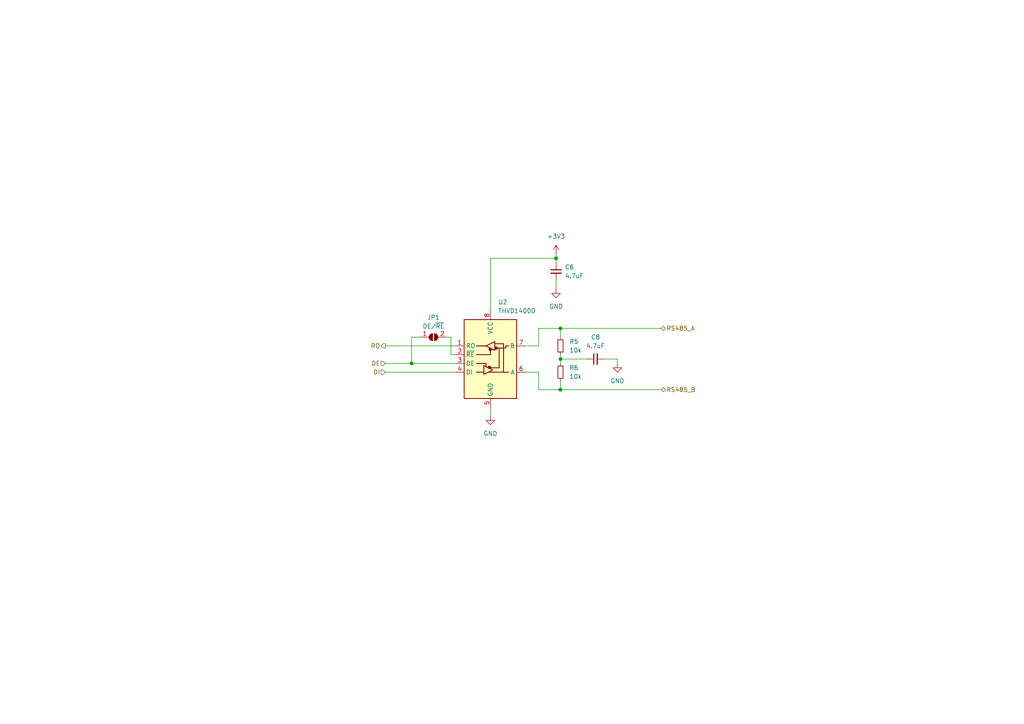
<source format=kicad_sch>
(kicad_sch (version 20230121) (generator eeschema)
  (paper "A4")
  (lib_symbols
    (symbol "Device:C_Small" (pin_numbers hide) (pin_names (offset 0.254) hide)
      (property "Reference" "C" (at 0.254 1.778 0))
      (property "Value" "C_Small" (at 0.254 -2.032 0))
      (symbol "C_Small_0_1"
        (polyline (pts (xy -1.524 -0.508) (xy 1.524 -0.508)) (stroke (width 0.3302)))
        (polyline (pts (xy -1.524 0.508) (xy 1.524 0.508)) (stroke (width 0.3048)))
      )
      (symbol "C_Small_1_1"
        (pin passive line (at 0 2.54 270) (length 2.032) (name "~") (number "1"))
        (pin passive line (at 0 -2.54 90) (length 2.032) (name "~") (number "2"))
      )
    )
    (symbol "Device:R_Small" (pin_numbers hide) (pin_names (offset 0.254) hide)
      (property "Reference" "R" (at 0.762 0.508 0))
      (property "Value" "R_Small" (at 0.762 -1.016 0))
      (symbol "R_Small_0_1"
        (rectangle (start -0.762 1.778) (end 0.762 -1.778) (stroke (width 0.2032)))
      )
      (symbol "R_Small_1_1"
        (pin passive line (at 0 2.54 270) (length 0.762) (name "~") (number "1"))
        (pin passive line (at 0 -2.54 90) (length 0.762) (name "~") (number "2"))
      )
    )
    (symbol "Interface_UART:THVD1400D"
      (property "Reference" "U" (at -6.096 11.43 0))
      (property "Value" "THVD1400D" (at 0.762 11.43 0))
      (symbol "THVD1400D_0_1"
        (rectangle (start -7.62 10.16) (end 7.62 -12.7) (stroke (width 0.254)) (fill (type background)))
        (circle (center -0.3048 -3.683) (radius 0.3556) (stroke (width 0.254)) (fill (type outline)))
        (circle (center -0.0254 1.4986) (radius 0.3556) (stroke (width 0.254)) (fill (type outline)))
        (polyline (pts (xy -4.064 -5.08) (xy -1.905 -5.08)) (stroke (width 0.254)))
        (polyline (pts (xy -4.064 2.54) (xy -1.27 2.54)) (stroke (width 0.254)))
        (polyline (pts (xy -1.27 -3.2004) (xy -1.27 -3.4544)) (stroke (width 0.254)))
        (polyline (pts (xy -0.635 -5.08) (xy 5.334 -5.08)) (stroke (width 0.254)))
        (polyline (pts (xy -4.064 -2.54) (xy -1.27 -2.54) (xy -1.27 -3.175)) (stroke (width 0.254)))
        (polyline (pts (xy 0 1.27) (xy 0 0) (xy -4.064 0)) (stroke (width 0.254)))
        (polyline (pts (xy 1.27 3.175) (xy 3.81 3.175) (xy 3.81 -5.08)) (stroke (width 0.254)))
        (polyline (pts (xy 2.54 1.905) (xy 2.54 -3.81) (xy 0 -3.81)) (stroke (width 0.254)))
        (polyline (pts (xy -1.905 -3.175) (xy -1.905 -5.715) (xy 0.635 -4.445) (xy -1.905 -3.175)) (stroke (width 0.254)))
        (polyline (pts (xy -1.27 2.54) (xy 1.27 3.81) (xy 1.27 1.27) (xy -1.27 2.54)) (stroke (width 0.254)))
        (polyline (pts (xy 1.905 1.905) (xy 4.445 1.905) (xy 4.445 2.54) (xy 5.334 2.54)) (stroke (width 0.254)))
        (rectangle (start 1.27 3.175) (end 1.27 3.175))
        (circle (center 1.651 1.905) (radius 0.3556) (stroke (width 0.254)) (fill (type outline)))
      )
      (symbol "THVD1400D_1_1"
        (pin output line (at -10.16 2.54 0) (length 2.54) (name "RO") (number "1"))
        (pin input line (at -10.16 0 0) (length 2.54) (name "~{RE}") (number "2"))
        (pin input line (at -10.16 -2.54 0) (length 2.54) (name "DE") (number "3"))
        (pin input line (at -10.16 -5.08 0) (length 2.54) (name "DI") (number "4"))
        (pin power_in line (at 0 -15.24 90) (length 2.54) (name "GND") (number "5"))
        (pin bidirectional line (at 10.16 -5.08 180) (length 2.54) (name "A") (number "6"))
        (pin bidirectional line (at 10.16 2.54 180) (length 2.54) (name "B") (number "7"))
        (pin power_in line (at 0 12.7 270) (length 2.54) (name "VCC") (number "8"))
      )
    )
    (symbol "Jumper:SolderJumper_2_Open" (pin_names (offset 0) hide)
      (property "Reference" "JP" (at 0 2.032 0))
      (property "Value" "SolderJumper_2_Open" (at 0 -2.54 0))
      (symbol "SolderJumper_2_Open_0_1"
        (arc (start -0.254 1.016) (mid -1.2656 0) (end -0.254 -1.016))
        (arc (start -0.254 1.016) (mid -1.2656 0) (end -0.254 -1.016) (fill (type outline)))
        (polyline (pts (xy -0.254 1.016) (xy -0.254 -1.016)))
        (polyline (pts (xy 0.254 1.016) (xy 0.254 -1.016)))
        (arc (start 0.254 -1.016) (mid 1.2656 0) (end 0.254 1.016))
        (arc (start 0.254 -1.016) (mid 1.2656 0) (end 0.254 1.016) (fill (type outline)))
      )
      (symbol "SolderJumper_2_Open_1_1"
        (pin passive line (at -3.81 0 0) (length 2.54) (name "A") (number "1"))
        (pin passive line (at 3.81 0 180) (length 2.54) (name "B") (number "2"))
      )
    )
    (symbol "power:+3V3" (power) (pin_names (offset 0))
      (property "Value" "+3V3" (at 0 3.556 0))
      (symbol "+3V3_0_1"
        (polyline (pts (xy -0.762 1.27) (xy 0 2.54)))
        (polyline (pts (xy 0 0) (xy 0 2.54)))
        (polyline (pts (xy 0 2.54) (xy 0.762 1.27)))
      )
      (symbol "+3V3_1_1"
        (pin power_in line (at 0 0 90) (length 0) hide (name "+3V3") (number "1"))
      )
    )
    (symbol "power:GND" (power) (pin_names (offset 0))
      (property "Value" "GND" (at 0 -3.81 0))
      (symbol "GND_0_1"
        (polyline (pts (xy 0 0) (xy 0 -1.27) (xy 1.27 -1.27) (xy 0 -2.54) (xy -1.27 -1.27) (xy 0 -1.27)))
      )
      (symbol "GND_1_1"
        (pin power_in line (at 0 0 270) (length 0) hide (name "GND") (number "1"))
      )
    )
  )
  (junction (at 161.29 74.93))
  (junction (at 162.56 104.14))
  (junction (at 162.56 113.03))
  (junction (at 119.38 105.41))
  (junction (at 162.56 95.25))
  (wire (pts (xy 119.38 105.41) (xy 132.08 105.41)))
  (wire (pts (xy 162.56 95.25) (xy 191.77 95.25)))
  (wire (pts (xy 119.38 97.79) (xy 119.38 105.41)))
  (wire (pts (xy 111.76 100.33) (xy 132.08 100.33)))
  (wire (pts (xy 130.81 97.79) (xy 130.81 102.87)))
  (wire (pts (xy 162.56 113.03) (xy 191.77 113.03)))
  (wire (pts (xy 111.76 107.95) (xy 132.08 107.95)))
  (wire (pts (xy 161.29 73.66) (xy 161.29 74.93)))
  (wire (pts (xy 156.21 113.03) (xy 162.56 113.03)))
  (wire (pts (xy 162.56 95.25) (xy 162.56 97.79)))
  (wire (pts (xy 152.4 107.95) (xy 156.21 107.95)))
  (wire (pts (xy 111.76 105.41) (xy 119.38 105.41)))
  (wire (pts (xy 130.81 102.87) (xy 132.08 102.87)))
  (wire (pts (xy 179.07 105.41) (xy 179.07 104.14)))
  (wire (pts (xy 156.21 107.95) (xy 156.21 113.03)))
  (wire (pts (xy 156.21 100.33) (xy 156.21 95.25)))
  (wire (pts (xy 142.24 74.93) (xy 142.24 90.17)))
  (wire (pts (xy 161.29 74.93) (xy 161.29 76.2)))
  (wire (pts (xy 142.24 120.65) (xy 142.24 118.11)))
  (wire (pts (xy 162.56 104.14) (xy 162.56 105.41)))
  (wire (pts (xy 162.56 104.14) (xy 170.18 104.14)))
  (wire (pts (xy 121.92 97.79) (xy 119.38 97.79)))
  (wire (pts (xy 129.54 97.79) (xy 130.81 97.79)))
  (wire (pts (xy 162.56 102.87) (xy 162.56 104.14)))
  (wire (pts (xy 179.07 104.14) (xy 175.26 104.14)))
  (wire (pts (xy 162.56 113.03) (xy 162.56 110.49)))
  (wire (pts (xy 152.4 100.33) (xy 156.21 100.33)))
  (wire (pts (xy 161.29 81.28) (xy 161.29 83.82)))
  (wire (pts (xy 156.21 95.25) (xy 162.56 95.25)))
  (wire (pts (xy 142.24 74.93) (xy 161.29 74.93)))
  (hierarchical_label "RS485_B" (shape bidirectional) (at 191.77 113.03 0))
  (hierarchical_label "DE" (shape input) (at 111.76 105.41 180))
  (hierarchical_label "DI" (shape input) (at 111.76 107.95 180))
  (hierarchical_label "RS485_A" (shape bidirectional) (at 191.77 95.25 0))
  (hierarchical_label "RO" (shape output) (at 111.76 100.33 180))
  (symbol (lib_id "power:GND") (at 161.29 83.82 0) (unit 1)
    (property "Reference" "#PWR014" (effects hide))
    (property "Value" "GND" (at 161.29 88.9 0))
    (instances (project "rs485_temperature" (path "" (reference "#PWR014") (unit 1)) (path "" (reference "#PWR012") (unit 1))))
  )
  (symbol (lib_id "power:+3V3") (at 161.29 73.66 0) (unit 1)
    (property "Reference" "#PWR013" (effects hide))
    (property "Value" "+3V3" (at 161.29 68.58 0))
    (instances (project "rs485_temperature" (path "" (reference "#PWR013") (unit 1)) (path "" (reference "#PWR07") (unit 1))))
  )
  (symbol (lib_id "power:GND") (at 142.24 120.65 0) (unit 1)
    (property "Reference" "#PWR016" (effects hide))
    (property "Value" "GND" (at 142.24 125.73 0))
    (instances (project "rs485_temperature" (path "" (reference "#PWR016") (unit 1)) (path "" (reference "#PWR014") (unit 1))))
  )
  (symbol (lib_id "Device:R_Small") (at 162.56 107.95 0) (unit 1)
    (property "Reference" "R6" (at 165.1 106.68 0) (effects (justify left)))
    (property "Value" "10k" (at 165.1 109.22 0) (effects (justify left)))
    (property "Footprint" "Resistor_SMD:R_0603_1608Metric" (effects hide))
    (instances (project "rs485_temperature" (path "" (reference "R6") (unit 1)) (path "" (reference "R5") (unit 1))))
  )
  (symbol (lib_id "Interface_UART:THVD1400D") (at 142.24 102.87 0) (unit 1)
    (property "Reference" "U2" (at 144.4341 87.63 0) (effects (justify left)))
    (property "Value" "THVD1400D" (at 144.4341 90.17 0) (effects (justify left)))
    (property "Footprint" "Package_SO:SOIC-8_3.9x4.9mm_P1.27mm" (effects hide))
    (property "Datasheet" "https://www.ti.com/lit/ds/symlink/thvd1420.pdf" (effects hide))
  )
  (symbol (lib_id "Device:R_Small") (at 162.56 100.33 0) (unit 1)
    (property "Reference" "R5" (at 165.1 99.06 0) (effects (justify left)))
    (property "Value" "10k" (at 165.1 101.6 0) (effects (justify left)))
    (property "Footprint" "Resistor_SMD:R_0603_1608Metric" (effects hide))
    (instances (project "rs485_temperature" (path "" (reference "R5") (unit 1)) (path "" (reference "R1") (unit 1))))
  )
  (symbol (lib_id "power:GND") (at 179.07 105.41 0) (unit 1)
    (property "Reference" "#PWR019" (effects hide))
    (property "Value" "GND" (at 179.07 110.49 0))
    (instances (project "rs485_temperature" (path "" (reference "#PWR019") (unit 1)) (path "" (reference "#PWR015") (unit 1))))
  )
  (symbol (lib_id "Jumper:SolderJumper_2_Open") (at 125.73 97.79 0) (unit 1)
    (property "Reference" "JP1" (at 125.73 92.075 0))
    (property "Value" "DE/~{RE}" (at 125.73 94.615 0))
    (property "Footprint" "Jumper:SolderJumper-2_P1.3mm_Open_RoundedPad1.0x1.5mm" (effects hide))
  )
  (symbol (lib_id "Device:C_Small") (at 172.72 104.14 90) (unit 1)
    (property "Reference" "C8" (at 172.7263 97.79 90))
    (property "Value" "4.7uF" (at 172.7263 100.33 90))
    (property "Footprint" "Capacitor_SMD:C_0603_1608Metric" (effects hide))
  )
  (symbol (lib_id "Device:C_Small") (at 161.29 78.74 0) (unit 1)
    (property "Reference" "C6" (at 163.83 77.4763 0) (effects (justify left)))
    (property "Value" "4.7uF" (at 163.83 80.0163 0) (effects (justify left)))
    (property "Footprint" "Capacitor_SMD:C_0603_1608Metric" (effects hide))
  )
)
</source>
